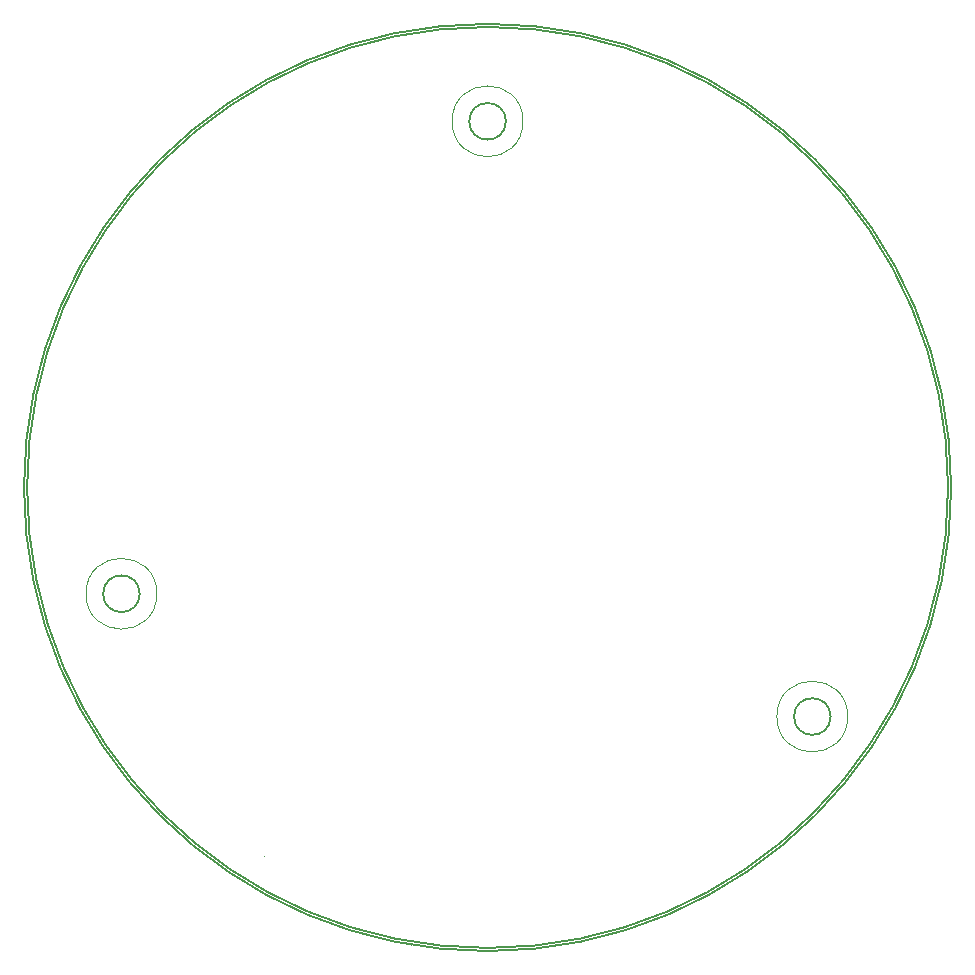
<source format=gko>
%FSLAX25Y25*%
%MOIN*%
G70*
G01*
G75*
G04 Layer_Color=65280*
%ADD10C,0.10000*%
%ADD11C,0.10000*%
%ADD12R,0.08661X0.09449*%
%ADD13R,0.09843X0.13386*%
%ADD14O,0.08661X0.02756*%
%ADD15R,0.06890X0.08661*%
%ADD16R,0.04724X0.01969*%
%ADD17R,0.04000X0.05500*%
%ADD18R,0.05906X0.11811*%
%ADD19R,0.03150X0.21654*%
%ADD20R,0.06000X0.05000*%
G04:AMPARAMS|DCode=21|XSize=60mil|YSize=50mil|CornerRadius=0mil|HoleSize=0mil|Usage=FLASHONLY|Rotation=0.000|XOffset=0mil|YOffset=0mil|HoleType=Round|Shape=Octagon|*
%AMOCTAGOND21*
4,1,8,0.03000,-0.01250,0.03000,0.01250,0.01750,0.02500,-0.01750,0.02500,-0.03000,0.01250,-0.03000,-0.01250,-0.01750,-0.02500,0.01750,-0.02500,0.03000,-0.01250,0.0*
%
%ADD21OCTAGOND21*%

%ADD22R,0.03150X0.03543*%
%ADD23R,0.03543X0.03150*%
%ADD24R,0.05000X0.05000*%
%ADD25R,0.05512X0.02362*%
%ADD26R,0.39370X0.41142*%
%ADD27R,0.12598X0.04134*%
%ADD28R,0.05500X0.04000*%
%ADD29O,0.07087X0.01100*%
%ADD30O,0.01100X0.07087*%
%ADD31R,0.08268X0.09843*%
%ADD32R,0.03150X0.05118*%
G04:AMPARAMS|DCode=33|XSize=78.74mil|YSize=86.61mil|CornerRadius=7.87mil|HoleSize=0mil|Usage=FLASHONLY|Rotation=90.000|XOffset=0mil|YOffset=0mil|HoleType=Round|Shape=RoundedRectangle|*
%AMROUNDEDRECTD33*
21,1,0.07874,0.07087,0,0,90.0*
21,1,0.06299,0.08661,0,0,90.0*
1,1,0.01575,0.03543,0.03150*
1,1,0.01575,0.03543,-0.03150*
1,1,0.01575,-0.03543,-0.03150*
1,1,0.01575,-0.03543,0.03150*
%
%ADD33ROUNDEDRECTD33*%
%ADD34R,0.09843X0.08268*%
%ADD35R,0.05118X0.03150*%
%ADD36R,0.03937X0.02362*%
%ADD37R,0.02756X0.03347*%
%ADD38R,0.03347X0.02756*%
%ADD39C,0.00800*%
%ADD40C,0.03000*%
%ADD41C,0.01500*%
%ADD42C,0.08000*%
%ADD43C,0.15000*%
%ADD44C,0.05000*%
%ADD45C,0.02000*%
%ADD46C,0.04000*%
%ADD47C,0.01000*%
%ADD48R,0.09600X0.18400*%
%ADD49R,0.09900X0.21000*%
%ADD50C,0.00500*%
%ADD51C,0.00025*%
%ADD52C,0.07874*%
%ADD53O,0.11811X0.13780*%
%ADD54C,0.06693*%
%ADD55R,0.06693X0.06693*%
%ADD56R,0.07480X0.07480*%
%ADD57C,0.07480*%
%ADD58R,0.06299X0.06299*%
%ADD59C,0.06299*%
%ADD60C,0.09843*%
%ADD61R,0.06693X0.06693*%
%ADD62R,0.09843X0.09843*%
%ADD63C,0.10630*%
%ADD64R,0.10630X0.10630*%
%ADD65R,0.10630X0.10630*%
%ADD66R,0.07087X0.07087*%
%ADD67C,0.07087*%
%ADD68R,0.11811X0.11811*%
%ADD69C,0.11811*%
%ADD70C,0.04000*%
%ADD71C,0.03000*%
%ADD72C,0.02000*%
%ADD73C,0.02700*%
%ADD74C,0.05000*%
%ADD75R,0.03118X0.15755*%
%ADD76C,0.00787*%
%ADD77C,0.01984*%
%ADD78C,0.02900*%
%ADD79C,0.00984*%
%ADD80C,0.01969*%
%ADD81C,0.01575*%
%ADD82C,0.00300*%
%ADD83C,0.00600*%
%ADD84C,0.00700*%
%ADD85R,0.02000X0.08000*%
%ADD86R,0.04000X0.03500*%
%ADD87R,0.01969X0.03780*%
%ADD88R,0.03780X0.01969*%
%ADD89R,0.09461X0.10249*%
%ADD90R,0.10643X0.14186*%
%ADD91O,0.09461X0.03556*%
%ADD92R,0.07690X0.09461*%
%ADD93R,0.05524X0.02769*%
%ADD94R,0.04800X0.06300*%
%ADD95R,0.06706X0.12611*%
%ADD96R,0.03950X0.22453*%
%ADD97R,0.06800X0.05800*%
G04:AMPARAMS|DCode=98|XSize=68mil|YSize=58mil|CornerRadius=0mil|HoleSize=0mil|Usage=FLASHONLY|Rotation=0.000|XOffset=0mil|YOffset=0mil|HoleType=Round|Shape=Octagon|*
%AMOCTAGOND98*
4,1,8,0.03400,-0.01450,0.03400,0.01450,0.01950,0.02900,-0.01950,0.02900,-0.03400,0.01450,-0.03400,-0.01450,-0.01950,-0.02900,0.01950,-0.02900,0.03400,-0.01450,0.0*
%
%ADD98OCTAGOND98*%

%ADD99R,0.03950X0.04343*%
%ADD100R,0.04343X0.03950*%
%ADD101R,0.05800X0.05800*%
%ADD102R,0.06312X0.03162*%
%ADD103R,0.40170X0.41942*%
%ADD104R,0.13398X0.04934*%
%ADD105R,0.06300X0.04800*%
%ADD106O,0.07887X0.01900*%
%ADD107O,0.01900X0.07887*%
%ADD108R,0.09068X0.10642*%
%ADD109R,0.03950X0.05918*%
G04:AMPARAMS|DCode=110|XSize=86.74mil|YSize=94.61mil|CornerRadius=8.67mil|HoleSize=0mil|Usage=FLASHONLY|Rotation=90.000|XOffset=0mil|YOffset=0mil|HoleType=Round|Shape=RoundedRectangle|*
%AMROUNDEDRECTD110*
21,1,0.08674,0.07727,0,0,90.0*
21,1,0.06939,0.09461,0,0,90.0*
1,1,0.01735,0.03863,0.03470*
1,1,0.01735,0.03863,-0.03470*
1,1,0.01735,-0.03863,-0.03470*
1,1,0.01735,-0.03863,0.03470*
%
%ADD110ROUNDEDRECTD110*%
%ADD111R,0.10642X0.09068*%
%ADD112R,0.05918X0.03950*%
%ADD113R,0.04737X0.03162*%
%ADD114R,0.03556X0.04147*%
%ADD115R,0.04147X0.03556*%
%ADD116C,0.08674*%
%ADD117O,0.12611X0.14579*%
%ADD118C,0.07493*%
%ADD119R,0.07493X0.07493*%
%ADD120R,0.08280X0.08280*%
%ADD121C,0.08280*%
%ADD122R,0.07099X0.07099*%
%ADD123C,0.07099*%
%ADD124C,0.10642*%
%ADD125R,0.07493X0.07493*%
%ADD126R,0.10642X0.10642*%
%ADD127C,0.11430*%
%ADD128R,0.11430X0.11430*%
%ADD129R,0.11430X0.11430*%
%ADD130R,0.07887X0.07887*%
%ADD131C,0.07887*%
%ADD132R,0.12611X0.12611*%
%ADD133C,0.12611*%
%ADD134C,0.00100*%
D50*
X269445Y35433D02*
G03*
X269445Y35433I-153500J0D01*
G01*
X270472D02*
G03*
X270472Y35433I-154528J0D01*
G01*
X230285Y-40938D02*
G03*
X230285Y-40938I-6102J0D01*
G01*
X122047Y157480D02*
G03*
X122047Y157480I-6102J0D01*
G01*
X0Y0D02*
G03*
X0Y0I-6102J0D01*
G01*
D51*
X5709D02*
G03*
X5709Y0I-11811J0D01*
G01*
X127756Y157480D02*
G03*
X127756Y157480I-11811J0D01*
G01*
X90317Y-116955D02*
X90325Y-116949D01*
X41318Y-87267D02*
X41318D01*
X90317Y-116955D02*
X90325Y-116949D01*
X41318Y-87267D02*
X41318D01*
D134*
X235993Y-40938D02*
G03*
X235993Y-40938I-11811J0D01*
G01*
M02*

</source>
